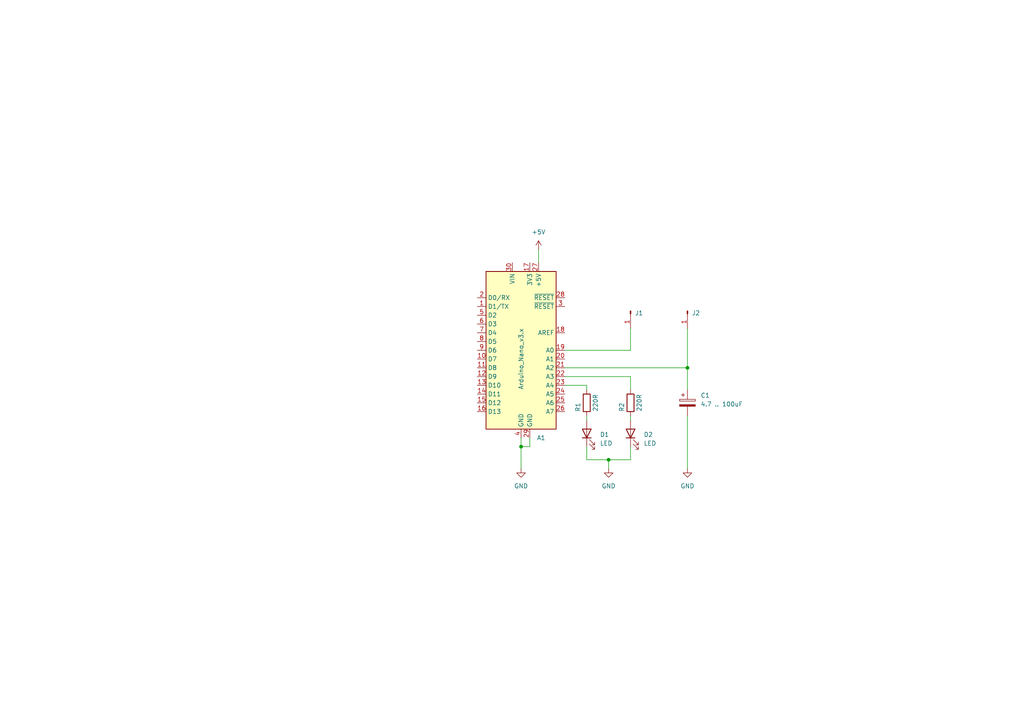
<source format=kicad_sch>
(kicad_sch (version 20211123) (generator eeschema)
  (paper "A4")
  (lib_symbols
    (symbol "Connector:Conn_01x01_Male" (pin_names (offset 1.016) hide)
      (property "Reference" "J" (at 0 2.54 0))
      (property "Value" "Conn_01x01_Male" (at 0 -2.54 0))
      (symbol "Conn_01x01_Male_1_1"
        (polyline (pts (xy 1.27 0) (xy 0.8636 0)) (stroke (width 0.1524)))
        (rectangle (start 0.8636 0.127) (end 0 -0.127) (stroke (width 0.1524)) (fill (type outline)))
        (pin passive line (at 5.08 0 180) (length 3.81) (name "Pin_1") (number "1"))
      )
    )
    (symbol "Device:C_Polarized" (pin_numbers hide) (pin_names (offset 0.254))
      (property "Reference" "C" (at 0.635 2.54 0))
      (property "Value" "C_Polarized" (at 0.635 -2.54 0))
      (symbol "C_Polarized_0_1"
        (rectangle (start -2.286 0.508) (end 2.286 1.016))
        (polyline (pts (xy -1.778 2.286) (xy -0.762 2.286)))
        (polyline (pts (xy -1.27 2.794) (xy -1.27 1.778)))
        (rectangle (start 2.286 -0.508) (end -2.286 -1.016) (fill (type outline)))
      )
      (symbol "C_Polarized_1_1"
        (pin passive line (at 0 3.81 270) (length 2.794) (name "~") (number "1"))
        (pin passive line (at 0 -3.81 90) (length 2.794) (name "~") (number "2"))
      )
    )
    (symbol "Device:LED" (pin_numbers hide) (pin_names (offset 1.016) hide)
      (property "Reference" "D" (at 0 2.54 0))
      (property "Value" "LED" (at 0 -2.54 0))
      (symbol "LED_0_1"
        (polyline (pts (xy -1.27 -1.27) (xy -1.27 1.27)) (stroke (width 0.254)))
        (polyline (pts (xy -1.27 0) (xy 1.27 0)))
        (polyline (pts (xy 1.27 -1.27) (xy 1.27 1.27) (xy -1.27 0) (xy 1.27 -1.27)) (stroke (width 0.254)))
        (polyline (pts (xy -3.048 -0.762) (xy -4.572 -2.286) (xy -3.81 -2.286) (xy -4.572 -2.286) (xy -4.572 -1.524)))
        (polyline (pts (xy -1.778 -0.762) (xy -3.302 -2.286) (xy -2.54 -2.286) (xy -3.302 -2.286) (xy -3.302 -1.524)))
      )
      (symbol "LED_1_1"
        (pin passive line (at -3.81 0 0) (length 2.54) (name "K") (number "1"))
        (pin passive line (at 3.81 0 180) (length 2.54) (name "A") (number "2"))
      )
    )
    (symbol "Device:R" (pin_numbers hide) (pin_names (offset 0))
      (property "Reference" "R" (at 2.032 0 90))
      (property "Value" "R" (at 0 0 90))
      (symbol "R_0_1"
        (rectangle (start -1.016 -2.54) (end 1.016 2.54) (stroke (width 0.254)))
      )
      (symbol "R_1_1"
        (pin passive line (at 0 3.81 270) (length 1.27) (name "~") (number "1"))
        (pin passive line (at 0 -3.81 90) (length 1.27) (name "~") (number "2"))
      )
    )
    (symbol "MCU_Module:Arduino_Nano_v3.x"
      (property "Reference" "A" (at -10.16 23.495 0))
      (property "Value" "Arduino_Nano_v3.x" (at 5.08 -24.13 0))
      (symbol "Arduino_Nano_v3.x_0_1"
        (rectangle (start -10.16 22.86) (end 10.16 -22.86) (stroke (width 0.254)) (fill (type background)))
      )
      (symbol "Arduino_Nano_v3.x_1_1"
        (pin bidirectional line (at -12.7 12.7 0) (length 2.54) (name "D1/TX") (number "1"))
        (pin bidirectional line (at -12.7 -2.54 0) (length 2.54) (name "D7") (number "10"))
        (pin bidirectional line (at -12.7 -5.08 0) (length 2.54) (name "D8") (number "11"))
        (pin bidirectional line (at -12.7 -7.62 0) (length 2.54) (name "D9") (number "12"))
        (pin bidirectional line (at -12.7 -10.16 0) (length 2.54) (name "D10") (number "13"))
        (pin bidirectional line (at -12.7 -12.7 0) (length 2.54) (name "D11") (number "14"))
        (pin bidirectional line (at -12.7 -15.24 0) (length 2.54) (name "D12") (number "15"))
        (pin bidirectional line (at -12.7 -17.78 0) (length 2.54) (name "D13") (number "16"))
        (pin power_out line (at 2.54 25.4 270) (length 2.54) (name "3V3") (number "17"))
        (pin input line (at 12.7 5.08 180) (length 2.54) (name "AREF") (number "18"))
        (pin bidirectional line (at 12.7 0 180) (length 2.54) (name "A0") (number "19"))
        (pin bidirectional line (at -12.7 15.24 0) (length 2.54) (name "D0/RX") (number "2"))
        (pin bidirectional line (at 12.7 -2.54 180) (length 2.54) (name "A1") (number "20"))
        (pin bidirectional line (at 12.7 -5.08 180) (length 2.54) (name "A2") (number "21"))
        (pin bidirectional line (at 12.7 -7.62 180) (length 2.54) (name "A3") (number "22"))
        (pin bidirectional line (at 12.7 -10.16 180) (length 2.54) (name "A4") (number "23"))
        (pin bidirectional line (at 12.7 -12.7 180) (length 2.54) (name "A5") (number "24"))
        (pin bidirectional line (at 12.7 -15.24 180) (length 2.54) (name "A6") (number "25"))
        (pin bidirectional line (at 12.7 -17.78 180) (length 2.54) (name "A7") (number "26"))
        (pin power_out line (at 5.08 25.4 270) (length 2.54) (name "+5V") (number "27"))
        (pin input line (at 12.7 15.24 180) (length 2.54) (name "~{RESET}") (number "28"))
        (pin power_in line (at 2.54 -25.4 90) (length 2.54) (name "GND") (number "29"))
        (pin input line (at 12.7 12.7 180) (length 2.54) (name "~{RESET}") (number "3"))
        (pin power_in line (at -2.54 25.4 270) (length 2.54) (name "VIN") (number "30"))
        (pin power_in line (at 0 -25.4 90) (length 2.54) (name "GND") (number "4"))
        (pin bidirectional line (at -12.7 10.16 0) (length 2.54) (name "D2") (number "5"))
        (pin bidirectional line (at -12.7 7.62 0) (length 2.54) (name "D3") (number "6"))
        (pin bidirectional line (at -12.7 5.08 0) (length 2.54) (name "D4") (number "7"))
        (pin bidirectional line (at -12.7 2.54 0) (length 2.54) (name "D5") (number "8"))
        (pin bidirectional line (at -12.7 0 0) (length 2.54) (name "D6") (number "9"))
      )
    )
    (symbol "power:+5V" (power) (pin_names (offset 0))
      (property "Value" "+5V" (at 0 3.556 0))
      (symbol "+5V_0_1"
        (polyline (pts (xy -0.762 1.27) (xy 0 2.54)))
        (polyline (pts (xy 0 0) (xy 0 2.54)))
        (polyline (pts (xy 0 2.54) (xy 0.762 1.27)))
      )
      (symbol "+5V_1_1"
        (pin power_in line (at 0 0 90) (length 0) hide (name "+5V") (number "1"))
      )
    )
    (symbol "power:GND" (power) (pin_names (offset 0))
      (property "Value" "GND" (at 0 -3.81 0))
      (symbol "GND_0_1"
        (polyline (pts (xy 0 0) (xy 0 -1.27) (xy 1.27 -1.27) (xy 0 -2.54) (xy -1.27 -1.27) (xy 0 -1.27)))
      )
      (symbol "GND_1_1"
        (pin power_in line (at 0 0 270) (length 0) hide (name "GND") (number "1"))
      )
    )
  )
  (junction (at 176.53 133.35))
  (junction (at 199.39 106.68))
  (junction (at 151.13 129.54))
  (wire (pts (xy 163.83 109.22) (xy 182.88 109.22)))
  (wire (pts (xy 199.39 95.25) (xy 199.39 106.68)))
  (wire (pts (xy 182.88 109.22) (xy 182.88 113.03)))
  (wire (pts (xy 170.18 113.03) (xy 170.18 111.76)))
  (wire (pts (xy 182.88 129.54) (xy 182.88 133.35)))
  (wire (pts (xy 170.18 129.54) (xy 170.18 133.35)))
  (wire (pts (xy 151.13 129.54) (xy 151.13 135.89)))
  (wire (pts (xy 170.18 120.65) (xy 170.18 121.92)))
  (wire (pts (xy 199.39 106.68) (xy 199.39 113.03)))
  (wire (pts (xy 170.18 111.76) (xy 163.83 111.76)))
  (wire (pts (xy 176.53 133.35) (xy 176.53 135.89)))
  (wire (pts (xy 182.88 120.65) (xy 182.88 121.92)))
  (wire (pts (xy 199.39 120.65) (xy 199.39 135.89)))
  (wire (pts (xy 163.83 106.68) (xy 199.39 106.68)))
  (wire (pts (xy 153.67 127) (xy 153.67 129.54)))
  (wire (pts (xy 163.83 101.6) (xy 182.88 101.6)))
  (wire (pts (xy 156.21 72.39) (xy 156.21 76.2)))
  (wire (pts (xy 153.67 129.54) (xy 151.13 129.54)))
  (wire (pts (xy 182.88 101.6) (xy 182.88 95.25)))
  (wire (pts (xy 170.18 133.35) (xy 176.53 133.35)))
  (wire (pts (xy 151.13 127) (xy 151.13 129.54)))
  (wire (pts (xy 176.53 133.35) (xy 182.88 133.35)))
  (symbol (lib_id "power:GND") (at 199.39 135.89 0) (unit 1)
    (property "Reference" "#PWR04" (effects hide))
    (property "Value" "GND" (at 199.39 140.97 0))
  )
  (symbol (lib_id "Device:LED") (at 170.18 125.73 90) (unit 1)
    (property "Reference" "D1" (at 173.99 126.0474 90) (effects (justify right)))
    (property "Value" "LED" (at 173.99 128.5874 90) (effects (justify right)))
  )
  (symbol (lib_id "Device:R") (at 170.18 116.84 0) (unit 1)
    (property "Reference" "R1" (at 167.64 118.11 90))
    (property "Value" "220R" (at 172.72 116.84 90))
  )
  (symbol (lib_id "Connector:Conn_01x01_Male") (at 182.88 90.17 270) (unit 1)
    (property "Reference" "J1" (at 184.15 90.8049 90) (effects (justify left)))
    (property "Value" "Conn_01x01_Male" (effects hide))
  )
  (symbol (lib_id "MCU_Module:Arduino_Nano_v3.x") (at 151.13 101.6 0) (unit 1)
    (property "Reference" "A1" (at 155.6894 127 0) (effects (justify left)))
    (property "Value" "Arduino_Nano_v3.x" (at 151.13 113.03 90) (effects (justify left)))
    (property "Footprint" "Module:Arduino_Nano" (effects hide))
    (property "Datasheet" "http://www.mouser.com/pdfdocs/Gravitech_Arduino_Nano3_0.pdf" (effects hide))
  )
  (symbol (lib_id "Device:R") (at 182.88 116.84 180) (unit 1)
    (property "Reference" "R2" (at 180.34 118.11 90))
    (property "Value" "220R" (at 185.42 116.84 90))
  )
  (symbol (lib_id "power:+5V") (at 156.21 72.39 0) (unit 1)
    (property "Reference" "#PWR01" (effects hide))
    (property "Value" "+5V" (at 156.21 67.31 0))
  )
  (symbol (lib_id "power:GND") (at 151.13 135.89 0) (unit 1)
    (property "Reference" "#PWR02" (effects hide))
    (property "Value" "GND" (at 151.13 140.97 0))
  )
  (symbol (lib_id "Device:LED") (at 182.88 125.73 90) (unit 1)
    (property "Reference" "D2" (at 186.69 126.0474 90) (effects (justify right)))
    (property "Value" "LED" (at 186.69 128.5874 90) (effects (justify right)))
  )
  (symbol (lib_id "power:GND") (at 176.53 135.89 0) (unit 1)
    (property "Reference" "#PWR03" (effects hide))
    (property "Value" "GND" (at 176.53 140.97 0))
  )
  (symbol (lib_id "Connector:Conn_01x01_Male") (at 199.39 90.17 270) (unit 1)
    (property "Reference" "J2" (at 200.66 90.8049 90) (effects (justify left)))
    (property "Value" "Conn_01x01_Male" (effects hide))
  )
  (symbol (lib_id "Device:C_Polarized") (at 199.39 116.84 0) (unit 1)
    (property "Reference" "C1" (at 203.2 114.6809 0) (effects (justify left)))
    (property "Value" "4.7 .. 100uF" (at 203.2 117.2209 0) (effects (justify left)))
  )
)
</source>
